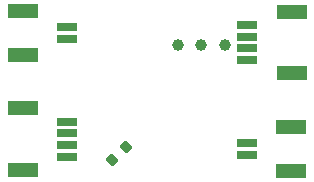
<source format=gbr>
%TF.GenerationSoftware,KiCad,Pcbnew,9.0.1-9.0.1-0~ubuntu24.04.1*%
%TF.CreationDate,2025-04-28T13:39:06+02:00*%
%TF.ProjectId,ILM139C,494c4d31-3339-4432-9e6b-696361645f70,V0.1.0*%
%TF.SameCoordinates,Original*%
%TF.FileFunction,Soldermask,Bot*%
%TF.FilePolarity,Negative*%
%FSLAX46Y46*%
G04 Gerber Fmt 4.6, Leading zero omitted, Abs format (unit mm)*
G04 Created by KiCad (PCBNEW 9.0.1-9.0.1-0~ubuntu24.04.1) date 2025-04-28 13:39:06*
%MOMM*%
%LPD*%
G01*
G04 APERTURE LIST*
G04 Aperture macros list*
%AMRoundRect*
0 Rectangle with rounded corners*
0 $1 Rounding radius*
0 $2 $3 $4 $5 $6 $7 $8 $9 X,Y pos of 4 corners*
0 Add a 4 corners polygon primitive as box body*
4,1,4,$2,$3,$4,$5,$6,$7,$8,$9,$2,$3,0*
0 Add four circle primitives for the rounded corners*
1,1,$1+$1,$2,$3*
1,1,$1+$1,$4,$5*
1,1,$1+$1,$6,$7*
1,1,$1+$1,$8,$9*
0 Add four rect primitives between the rounded corners*
20,1,$1+$1,$2,$3,$4,$5,0*
20,1,$1+$1,$4,$5,$6,$7,0*
20,1,$1+$1,$6,$7,$8,$9,0*
20,1,$1+$1,$8,$9,$2,$3,0*%
G04 Aperture macros list end*
%ADD10R,1.750000X0.700000*%
%ADD11R,2.550000X1.200000*%
%ADD12RoundRect,0.200000X-0.053033X0.335876X-0.335876X0.053033X0.053033X-0.335876X0.335876X-0.053033X0*%
%ADD13C,1.000000*%
G04 APERTURE END LIST*
D10*
%TO.C,U3*%
X95340000Y-66458501D03*
X95340000Y-65458501D03*
X95340000Y-64458501D03*
X95340000Y-63458501D03*
D11*
X91560000Y-62348501D03*
X91560000Y-67568501D03*
%TD*%
D10*
%TO.C,U2*%
X110560000Y-55258501D03*
X110560000Y-56258501D03*
X110560000Y-57258501D03*
X110560000Y-58258501D03*
D11*
X114340000Y-59368501D03*
X114340000Y-54148501D03*
%TD*%
D12*
%TO.C,R46*%
X100333363Y-65575138D03*
X99166637Y-66741864D03*
%TD*%
D13*
%TO.C,TP3*%
X108700000Y-56958501D03*
%TD*%
%TO.C,TP1*%
X106700000Y-56958501D03*
%TD*%
%TO.C,TP2*%
X104700000Y-56958501D03*
%TD*%
D10*
%TO.C,CN2*%
X110580000Y-66258501D03*
X110580000Y-65258501D03*
D11*
X114320000Y-63908501D03*
X114320000Y-67608501D03*
%TD*%
D10*
%TO.C,CN1*%
X95320000Y-55458501D03*
X95320000Y-56458501D03*
D11*
X91580000Y-57808501D03*
X91580000Y-54108501D03*
%TD*%
M02*

</source>
